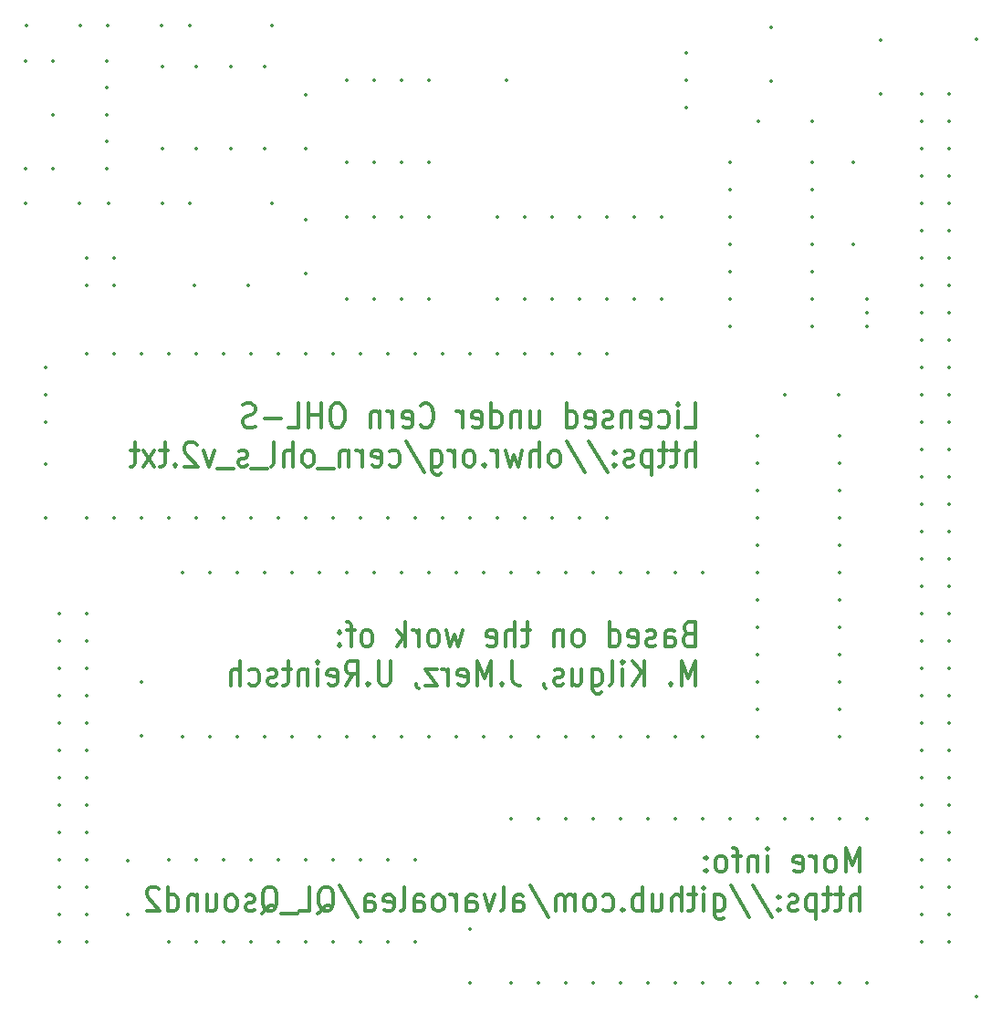
<source format=gbo>
%TF.GenerationSoftware,KiCad,Pcbnew,8.0.6+1*%
%TF.CreationDate,2024-11-13T12:21:45+01:00*%
%TF.ProjectId,QL_Qsound2,514c5f51-736f-4756-9e64-322e6b696361,2*%
%TF.SameCoordinates,Original*%
%TF.FileFunction,Legend,Bot*%
%TF.FilePolarity,Positive*%
%FSLAX46Y46*%
G04 Gerber Fmt 4.6, Leading zero omitted, Abs format (unit mm)*
G04 Created by KiCad (PCBNEW 8.0.6+1) date 2024-11-13 12:21:45*
%MOMM*%
%LPD*%
G01*
G04 APERTURE LIST*
%ADD10C,0.300000*%
%ADD11C,0.350000*%
G04 APERTURE END LIST*
D10*
X182206441Y-125579105D02*
X182206441Y-123329105D01*
X182206441Y-123329105D02*
X181539774Y-124936248D01*
X181539774Y-124936248D02*
X180873108Y-123329105D01*
X180873108Y-123329105D02*
X180873108Y-125579105D01*
X179635013Y-125579105D02*
X179825489Y-125471963D01*
X179825489Y-125471963D02*
X179920727Y-125364820D01*
X179920727Y-125364820D02*
X180015965Y-125150534D01*
X180015965Y-125150534D02*
X180015965Y-124507677D01*
X180015965Y-124507677D02*
X179920727Y-124293391D01*
X179920727Y-124293391D02*
X179825489Y-124186248D01*
X179825489Y-124186248D02*
X179635013Y-124079105D01*
X179635013Y-124079105D02*
X179349298Y-124079105D01*
X179349298Y-124079105D02*
X179158822Y-124186248D01*
X179158822Y-124186248D02*
X179063584Y-124293391D01*
X179063584Y-124293391D02*
X178968346Y-124507677D01*
X178968346Y-124507677D02*
X178968346Y-125150534D01*
X178968346Y-125150534D02*
X179063584Y-125364820D01*
X179063584Y-125364820D02*
X179158822Y-125471963D01*
X179158822Y-125471963D02*
X179349298Y-125579105D01*
X179349298Y-125579105D02*
X179635013Y-125579105D01*
X178111203Y-125579105D02*
X178111203Y-124079105D01*
X178111203Y-124507677D02*
X178015965Y-124293391D01*
X178015965Y-124293391D02*
X177920727Y-124186248D01*
X177920727Y-124186248D02*
X177730251Y-124079105D01*
X177730251Y-124079105D02*
X177539774Y-124079105D01*
X176111203Y-125471963D02*
X176301679Y-125579105D01*
X176301679Y-125579105D02*
X176682632Y-125579105D01*
X176682632Y-125579105D02*
X176873108Y-125471963D01*
X176873108Y-125471963D02*
X176968346Y-125257677D01*
X176968346Y-125257677D02*
X176968346Y-124400534D01*
X176968346Y-124400534D02*
X176873108Y-124186248D01*
X176873108Y-124186248D02*
X176682632Y-124079105D01*
X176682632Y-124079105D02*
X176301679Y-124079105D01*
X176301679Y-124079105D02*
X176111203Y-124186248D01*
X176111203Y-124186248D02*
X176015965Y-124400534D01*
X176015965Y-124400534D02*
X176015965Y-124614820D01*
X176015965Y-124614820D02*
X176968346Y-124829105D01*
X173635012Y-125579105D02*
X173635012Y-124079105D01*
X173635012Y-123329105D02*
X173730250Y-123436248D01*
X173730250Y-123436248D02*
X173635012Y-123543391D01*
X173635012Y-123543391D02*
X173539774Y-123436248D01*
X173539774Y-123436248D02*
X173635012Y-123329105D01*
X173635012Y-123329105D02*
X173635012Y-123543391D01*
X172682631Y-124079105D02*
X172682631Y-125579105D01*
X172682631Y-124293391D02*
X172587393Y-124186248D01*
X172587393Y-124186248D02*
X172396917Y-124079105D01*
X172396917Y-124079105D02*
X172111202Y-124079105D01*
X172111202Y-124079105D02*
X171920726Y-124186248D01*
X171920726Y-124186248D02*
X171825488Y-124400534D01*
X171825488Y-124400534D02*
X171825488Y-125579105D01*
X171158821Y-124079105D02*
X170396917Y-124079105D01*
X170873107Y-125579105D02*
X170873107Y-123650534D01*
X170873107Y-123650534D02*
X170777869Y-123436248D01*
X170777869Y-123436248D02*
X170587393Y-123329105D01*
X170587393Y-123329105D02*
X170396917Y-123329105D01*
X169444536Y-125579105D02*
X169635012Y-125471963D01*
X169635012Y-125471963D02*
X169730250Y-125364820D01*
X169730250Y-125364820D02*
X169825488Y-125150534D01*
X169825488Y-125150534D02*
X169825488Y-124507677D01*
X169825488Y-124507677D02*
X169730250Y-124293391D01*
X169730250Y-124293391D02*
X169635012Y-124186248D01*
X169635012Y-124186248D02*
X169444536Y-124079105D01*
X169444536Y-124079105D02*
X169158821Y-124079105D01*
X169158821Y-124079105D02*
X168968345Y-124186248D01*
X168968345Y-124186248D02*
X168873107Y-124293391D01*
X168873107Y-124293391D02*
X168777869Y-124507677D01*
X168777869Y-124507677D02*
X168777869Y-125150534D01*
X168777869Y-125150534D02*
X168873107Y-125364820D01*
X168873107Y-125364820D02*
X168968345Y-125471963D01*
X168968345Y-125471963D02*
X169158821Y-125579105D01*
X169158821Y-125579105D02*
X169444536Y-125579105D01*
X167920726Y-125364820D02*
X167825488Y-125471963D01*
X167825488Y-125471963D02*
X167920726Y-125579105D01*
X167920726Y-125579105D02*
X168015964Y-125471963D01*
X168015964Y-125471963D02*
X167920726Y-125364820D01*
X167920726Y-125364820D02*
X167920726Y-125579105D01*
X167920726Y-124186248D02*
X167825488Y-124293391D01*
X167825488Y-124293391D02*
X167920726Y-124400534D01*
X167920726Y-124400534D02*
X168015964Y-124293391D01*
X168015964Y-124293391D02*
X167920726Y-124186248D01*
X167920726Y-124186248D02*
X167920726Y-124400534D01*
X182206441Y-129201479D02*
X182206441Y-126951479D01*
X181349298Y-129201479D02*
X181349298Y-128022908D01*
X181349298Y-128022908D02*
X181444536Y-127808622D01*
X181444536Y-127808622D02*
X181635012Y-127701479D01*
X181635012Y-127701479D02*
X181920727Y-127701479D01*
X181920727Y-127701479D02*
X182111203Y-127808622D01*
X182111203Y-127808622D02*
X182206441Y-127915765D01*
X180682631Y-127701479D02*
X179920727Y-127701479D01*
X180396917Y-126951479D02*
X180396917Y-128880051D01*
X180396917Y-128880051D02*
X180301679Y-129094337D01*
X180301679Y-129094337D02*
X180111203Y-129201479D01*
X180111203Y-129201479D02*
X179920727Y-129201479D01*
X179539774Y-127701479D02*
X178777870Y-127701479D01*
X179254060Y-126951479D02*
X179254060Y-128880051D01*
X179254060Y-128880051D02*
X179158822Y-129094337D01*
X179158822Y-129094337D02*
X178968346Y-129201479D01*
X178968346Y-129201479D02*
X178777870Y-129201479D01*
X178111203Y-127701479D02*
X178111203Y-129951479D01*
X178111203Y-127808622D02*
X177920727Y-127701479D01*
X177920727Y-127701479D02*
X177539774Y-127701479D01*
X177539774Y-127701479D02*
X177349298Y-127808622D01*
X177349298Y-127808622D02*
X177254060Y-127915765D01*
X177254060Y-127915765D02*
X177158822Y-128130051D01*
X177158822Y-128130051D02*
X177158822Y-128772908D01*
X177158822Y-128772908D02*
X177254060Y-128987194D01*
X177254060Y-128987194D02*
X177349298Y-129094337D01*
X177349298Y-129094337D02*
X177539774Y-129201479D01*
X177539774Y-129201479D02*
X177920727Y-129201479D01*
X177920727Y-129201479D02*
X178111203Y-129094337D01*
X176396917Y-129094337D02*
X176206441Y-129201479D01*
X176206441Y-129201479D02*
X175825489Y-129201479D01*
X175825489Y-129201479D02*
X175635012Y-129094337D01*
X175635012Y-129094337D02*
X175539774Y-128880051D01*
X175539774Y-128880051D02*
X175539774Y-128772908D01*
X175539774Y-128772908D02*
X175635012Y-128558622D01*
X175635012Y-128558622D02*
X175825489Y-128451479D01*
X175825489Y-128451479D02*
X176111203Y-128451479D01*
X176111203Y-128451479D02*
X176301679Y-128344337D01*
X176301679Y-128344337D02*
X176396917Y-128130051D01*
X176396917Y-128130051D02*
X176396917Y-128022908D01*
X176396917Y-128022908D02*
X176301679Y-127808622D01*
X176301679Y-127808622D02*
X176111203Y-127701479D01*
X176111203Y-127701479D02*
X175825489Y-127701479D01*
X175825489Y-127701479D02*
X175635012Y-127808622D01*
X174682631Y-128987194D02*
X174587393Y-129094337D01*
X174587393Y-129094337D02*
X174682631Y-129201479D01*
X174682631Y-129201479D02*
X174777869Y-129094337D01*
X174777869Y-129094337D02*
X174682631Y-128987194D01*
X174682631Y-128987194D02*
X174682631Y-129201479D01*
X174682631Y-127808622D02*
X174587393Y-127915765D01*
X174587393Y-127915765D02*
X174682631Y-128022908D01*
X174682631Y-128022908D02*
X174777869Y-127915765D01*
X174777869Y-127915765D02*
X174682631Y-127808622D01*
X174682631Y-127808622D02*
X174682631Y-128022908D01*
X172301679Y-126844337D02*
X174015964Y-129737194D01*
X170206441Y-126844337D02*
X171920726Y-129737194D01*
X168682631Y-127701479D02*
X168682631Y-129522908D01*
X168682631Y-129522908D02*
X168777869Y-129737194D01*
X168777869Y-129737194D02*
X168873107Y-129844337D01*
X168873107Y-129844337D02*
X169063584Y-129951479D01*
X169063584Y-129951479D02*
X169349298Y-129951479D01*
X169349298Y-129951479D02*
X169539774Y-129844337D01*
X168682631Y-129094337D02*
X168873107Y-129201479D01*
X168873107Y-129201479D02*
X169254060Y-129201479D01*
X169254060Y-129201479D02*
X169444536Y-129094337D01*
X169444536Y-129094337D02*
X169539774Y-128987194D01*
X169539774Y-128987194D02*
X169635012Y-128772908D01*
X169635012Y-128772908D02*
X169635012Y-128130051D01*
X169635012Y-128130051D02*
X169539774Y-127915765D01*
X169539774Y-127915765D02*
X169444536Y-127808622D01*
X169444536Y-127808622D02*
X169254060Y-127701479D01*
X169254060Y-127701479D02*
X168873107Y-127701479D01*
X168873107Y-127701479D02*
X168682631Y-127808622D01*
X167730250Y-129201479D02*
X167730250Y-127701479D01*
X167730250Y-126951479D02*
X167825488Y-127058622D01*
X167825488Y-127058622D02*
X167730250Y-127165765D01*
X167730250Y-127165765D02*
X167635012Y-127058622D01*
X167635012Y-127058622D02*
X167730250Y-126951479D01*
X167730250Y-126951479D02*
X167730250Y-127165765D01*
X167063583Y-127701479D02*
X166301679Y-127701479D01*
X166777869Y-126951479D02*
X166777869Y-128880051D01*
X166777869Y-128880051D02*
X166682631Y-129094337D01*
X166682631Y-129094337D02*
X166492155Y-129201479D01*
X166492155Y-129201479D02*
X166301679Y-129201479D01*
X165635012Y-129201479D02*
X165635012Y-126951479D01*
X164777869Y-129201479D02*
X164777869Y-128022908D01*
X164777869Y-128022908D02*
X164873107Y-127808622D01*
X164873107Y-127808622D02*
X165063583Y-127701479D01*
X165063583Y-127701479D02*
X165349298Y-127701479D01*
X165349298Y-127701479D02*
X165539774Y-127808622D01*
X165539774Y-127808622D02*
X165635012Y-127915765D01*
X162968345Y-127701479D02*
X162968345Y-129201479D01*
X163825488Y-127701479D02*
X163825488Y-128880051D01*
X163825488Y-128880051D02*
X163730250Y-129094337D01*
X163730250Y-129094337D02*
X163539774Y-129201479D01*
X163539774Y-129201479D02*
X163254059Y-129201479D01*
X163254059Y-129201479D02*
X163063583Y-129094337D01*
X163063583Y-129094337D02*
X162968345Y-128987194D01*
X162015964Y-129201479D02*
X162015964Y-126951479D01*
X162015964Y-127808622D02*
X161825488Y-127701479D01*
X161825488Y-127701479D02*
X161444535Y-127701479D01*
X161444535Y-127701479D02*
X161254059Y-127808622D01*
X161254059Y-127808622D02*
X161158821Y-127915765D01*
X161158821Y-127915765D02*
X161063583Y-128130051D01*
X161063583Y-128130051D02*
X161063583Y-128772908D01*
X161063583Y-128772908D02*
X161158821Y-128987194D01*
X161158821Y-128987194D02*
X161254059Y-129094337D01*
X161254059Y-129094337D02*
X161444535Y-129201479D01*
X161444535Y-129201479D02*
X161825488Y-129201479D01*
X161825488Y-129201479D02*
X162015964Y-129094337D01*
X160206440Y-128987194D02*
X160111202Y-129094337D01*
X160111202Y-129094337D02*
X160206440Y-129201479D01*
X160206440Y-129201479D02*
X160301678Y-129094337D01*
X160301678Y-129094337D02*
X160206440Y-128987194D01*
X160206440Y-128987194D02*
X160206440Y-129201479D01*
X158396916Y-129094337D02*
X158587392Y-129201479D01*
X158587392Y-129201479D02*
X158968345Y-129201479D01*
X158968345Y-129201479D02*
X159158821Y-129094337D01*
X159158821Y-129094337D02*
X159254059Y-128987194D01*
X159254059Y-128987194D02*
X159349297Y-128772908D01*
X159349297Y-128772908D02*
X159349297Y-128130051D01*
X159349297Y-128130051D02*
X159254059Y-127915765D01*
X159254059Y-127915765D02*
X159158821Y-127808622D01*
X159158821Y-127808622D02*
X158968345Y-127701479D01*
X158968345Y-127701479D02*
X158587392Y-127701479D01*
X158587392Y-127701479D02*
X158396916Y-127808622D01*
X157254059Y-129201479D02*
X157444535Y-129094337D01*
X157444535Y-129094337D02*
X157539773Y-128987194D01*
X157539773Y-128987194D02*
X157635011Y-128772908D01*
X157635011Y-128772908D02*
X157635011Y-128130051D01*
X157635011Y-128130051D02*
X157539773Y-127915765D01*
X157539773Y-127915765D02*
X157444535Y-127808622D01*
X157444535Y-127808622D02*
X157254059Y-127701479D01*
X157254059Y-127701479D02*
X156968344Y-127701479D01*
X156968344Y-127701479D02*
X156777868Y-127808622D01*
X156777868Y-127808622D02*
X156682630Y-127915765D01*
X156682630Y-127915765D02*
X156587392Y-128130051D01*
X156587392Y-128130051D02*
X156587392Y-128772908D01*
X156587392Y-128772908D02*
X156682630Y-128987194D01*
X156682630Y-128987194D02*
X156777868Y-129094337D01*
X156777868Y-129094337D02*
X156968344Y-129201479D01*
X156968344Y-129201479D02*
X157254059Y-129201479D01*
X155730249Y-129201479D02*
X155730249Y-127701479D01*
X155730249Y-127915765D02*
X155635011Y-127808622D01*
X155635011Y-127808622D02*
X155444535Y-127701479D01*
X155444535Y-127701479D02*
X155158820Y-127701479D01*
X155158820Y-127701479D02*
X154968344Y-127808622D01*
X154968344Y-127808622D02*
X154873106Y-128022908D01*
X154873106Y-128022908D02*
X154873106Y-129201479D01*
X154873106Y-128022908D02*
X154777868Y-127808622D01*
X154777868Y-127808622D02*
X154587392Y-127701479D01*
X154587392Y-127701479D02*
X154301678Y-127701479D01*
X154301678Y-127701479D02*
X154111201Y-127808622D01*
X154111201Y-127808622D02*
X154015963Y-128022908D01*
X154015963Y-128022908D02*
X154015963Y-129201479D01*
X151635011Y-126844337D02*
X153349296Y-129737194D01*
X150111201Y-129201479D02*
X150111201Y-128022908D01*
X150111201Y-128022908D02*
X150206439Y-127808622D01*
X150206439Y-127808622D02*
X150396915Y-127701479D01*
X150396915Y-127701479D02*
X150777868Y-127701479D01*
X150777868Y-127701479D02*
X150968344Y-127808622D01*
X150111201Y-129094337D02*
X150301677Y-129201479D01*
X150301677Y-129201479D02*
X150777868Y-129201479D01*
X150777868Y-129201479D02*
X150968344Y-129094337D01*
X150968344Y-129094337D02*
X151063582Y-128880051D01*
X151063582Y-128880051D02*
X151063582Y-128665765D01*
X151063582Y-128665765D02*
X150968344Y-128451479D01*
X150968344Y-128451479D02*
X150777868Y-128344337D01*
X150777868Y-128344337D02*
X150301677Y-128344337D01*
X150301677Y-128344337D02*
X150111201Y-128237194D01*
X148873106Y-129201479D02*
X149063582Y-129094337D01*
X149063582Y-129094337D02*
X149158820Y-128880051D01*
X149158820Y-128880051D02*
X149158820Y-126951479D01*
X148301677Y-127701479D02*
X147825487Y-129201479D01*
X147825487Y-129201479D02*
X147349296Y-127701479D01*
X145730248Y-129201479D02*
X145730248Y-128022908D01*
X145730248Y-128022908D02*
X145825486Y-127808622D01*
X145825486Y-127808622D02*
X146015962Y-127701479D01*
X146015962Y-127701479D02*
X146396915Y-127701479D01*
X146396915Y-127701479D02*
X146587391Y-127808622D01*
X145730248Y-129094337D02*
X145920724Y-129201479D01*
X145920724Y-129201479D02*
X146396915Y-129201479D01*
X146396915Y-129201479D02*
X146587391Y-129094337D01*
X146587391Y-129094337D02*
X146682629Y-128880051D01*
X146682629Y-128880051D02*
X146682629Y-128665765D01*
X146682629Y-128665765D02*
X146587391Y-128451479D01*
X146587391Y-128451479D02*
X146396915Y-128344337D01*
X146396915Y-128344337D02*
X145920724Y-128344337D01*
X145920724Y-128344337D02*
X145730248Y-128237194D01*
X144777867Y-129201479D02*
X144777867Y-127701479D01*
X144777867Y-128130051D02*
X144682629Y-127915765D01*
X144682629Y-127915765D02*
X144587391Y-127808622D01*
X144587391Y-127808622D02*
X144396915Y-127701479D01*
X144396915Y-127701479D02*
X144206438Y-127701479D01*
X143254058Y-129201479D02*
X143444534Y-129094337D01*
X143444534Y-129094337D02*
X143539772Y-128987194D01*
X143539772Y-128987194D02*
X143635010Y-128772908D01*
X143635010Y-128772908D02*
X143635010Y-128130051D01*
X143635010Y-128130051D02*
X143539772Y-127915765D01*
X143539772Y-127915765D02*
X143444534Y-127808622D01*
X143444534Y-127808622D02*
X143254058Y-127701479D01*
X143254058Y-127701479D02*
X142968343Y-127701479D01*
X142968343Y-127701479D02*
X142777867Y-127808622D01*
X142777867Y-127808622D02*
X142682629Y-127915765D01*
X142682629Y-127915765D02*
X142587391Y-128130051D01*
X142587391Y-128130051D02*
X142587391Y-128772908D01*
X142587391Y-128772908D02*
X142682629Y-128987194D01*
X142682629Y-128987194D02*
X142777867Y-129094337D01*
X142777867Y-129094337D02*
X142968343Y-129201479D01*
X142968343Y-129201479D02*
X143254058Y-129201479D01*
X140873105Y-129201479D02*
X140873105Y-128022908D01*
X140873105Y-128022908D02*
X140968343Y-127808622D01*
X140968343Y-127808622D02*
X141158819Y-127701479D01*
X141158819Y-127701479D02*
X141539772Y-127701479D01*
X141539772Y-127701479D02*
X141730248Y-127808622D01*
X140873105Y-129094337D02*
X141063581Y-129201479D01*
X141063581Y-129201479D02*
X141539772Y-129201479D01*
X141539772Y-129201479D02*
X141730248Y-129094337D01*
X141730248Y-129094337D02*
X141825486Y-128880051D01*
X141825486Y-128880051D02*
X141825486Y-128665765D01*
X141825486Y-128665765D02*
X141730248Y-128451479D01*
X141730248Y-128451479D02*
X141539772Y-128344337D01*
X141539772Y-128344337D02*
X141063581Y-128344337D01*
X141063581Y-128344337D02*
X140873105Y-128237194D01*
X139635010Y-129201479D02*
X139825486Y-129094337D01*
X139825486Y-129094337D02*
X139920724Y-128880051D01*
X139920724Y-128880051D02*
X139920724Y-126951479D01*
X138111200Y-129094337D02*
X138301676Y-129201479D01*
X138301676Y-129201479D02*
X138682629Y-129201479D01*
X138682629Y-129201479D02*
X138873105Y-129094337D01*
X138873105Y-129094337D02*
X138968343Y-128880051D01*
X138968343Y-128880051D02*
X138968343Y-128022908D01*
X138968343Y-128022908D02*
X138873105Y-127808622D01*
X138873105Y-127808622D02*
X138682629Y-127701479D01*
X138682629Y-127701479D02*
X138301676Y-127701479D01*
X138301676Y-127701479D02*
X138111200Y-127808622D01*
X138111200Y-127808622D02*
X138015962Y-128022908D01*
X138015962Y-128022908D02*
X138015962Y-128237194D01*
X138015962Y-128237194D02*
X138968343Y-128451479D01*
X136301676Y-129201479D02*
X136301676Y-128022908D01*
X136301676Y-128022908D02*
X136396914Y-127808622D01*
X136396914Y-127808622D02*
X136587390Y-127701479D01*
X136587390Y-127701479D02*
X136968343Y-127701479D01*
X136968343Y-127701479D02*
X137158819Y-127808622D01*
X136301676Y-129094337D02*
X136492152Y-129201479D01*
X136492152Y-129201479D02*
X136968343Y-129201479D01*
X136968343Y-129201479D02*
X137158819Y-129094337D01*
X137158819Y-129094337D02*
X137254057Y-128880051D01*
X137254057Y-128880051D02*
X137254057Y-128665765D01*
X137254057Y-128665765D02*
X137158819Y-128451479D01*
X137158819Y-128451479D02*
X136968343Y-128344337D01*
X136968343Y-128344337D02*
X136492152Y-128344337D01*
X136492152Y-128344337D02*
X136301676Y-128237194D01*
X133920724Y-126844337D02*
X135635009Y-129737194D01*
X131920724Y-129415765D02*
X132111200Y-129308622D01*
X132111200Y-129308622D02*
X132301676Y-129094337D01*
X132301676Y-129094337D02*
X132587390Y-128772908D01*
X132587390Y-128772908D02*
X132777867Y-128665765D01*
X132777867Y-128665765D02*
X132968343Y-128665765D01*
X132873105Y-129201479D02*
X133063581Y-129094337D01*
X133063581Y-129094337D02*
X133254057Y-128880051D01*
X133254057Y-128880051D02*
X133349295Y-128451479D01*
X133349295Y-128451479D02*
X133349295Y-127701479D01*
X133349295Y-127701479D02*
X133254057Y-127272908D01*
X133254057Y-127272908D02*
X133063581Y-127058622D01*
X133063581Y-127058622D02*
X132873105Y-126951479D01*
X132873105Y-126951479D02*
X132492152Y-126951479D01*
X132492152Y-126951479D02*
X132301676Y-127058622D01*
X132301676Y-127058622D02*
X132111200Y-127272908D01*
X132111200Y-127272908D02*
X132015962Y-127701479D01*
X132015962Y-127701479D02*
X132015962Y-128451479D01*
X132015962Y-128451479D02*
X132111200Y-128880051D01*
X132111200Y-128880051D02*
X132301676Y-129094337D01*
X132301676Y-129094337D02*
X132492152Y-129201479D01*
X132492152Y-129201479D02*
X132873105Y-129201479D01*
X130206438Y-129201479D02*
X131158819Y-129201479D01*
X131158819Y-129201479D02*
X131158819Y-126951479D01*
X130015962Y-129415765D02*
X128492152Y-129415765D01*
X126682628Y-129415765D02*
X126873104Y-129308622D01*
X126873104Y-129308622D02*
X127063580Y-129094337D01*
X127063580Y-129094337D02*
X127349294Y-128772908D01*
X127349294Y-128772908D02*
X127539771Y-128665765D01*
X127539771Y-128665765D02*
X127730247Y-128665765D01*
X127635009Y-129201479D02*
X127825485Y-129094337D01*
X127825485Y-129094337D02*
X128015961Y-128880051D01*
X128015961Y-128880051D02*
X128111199Y-128451479D01*
X128111199Y-128451479D02*
X128111199Y-127701479D01*
X128111199Y-127701479D02*
X128015961Y-127272908D01*
X128015961Y-127272908D02*
X127825485Y-127058622D01*
X127825485Y-127058622D02*
X127635009Y-126951479D01*
X127635009Y-126951479D02*
X127254056Y-126951479D01*
X127254056Y-126951479D02*
X127063580Y-127058622D01*
X127063580Y-127058622D02*
X126873104Y-127272908D01*
X126873104Y-127272908D02*
X126777866Y-127701479D01*
X126777866Y-127701479D02*
X126777866Y-128451479D01*
X126777866Y-128451479D02*
X126873104Y-128880051D01*
X126873104Y-128880051D02*
X127063580Y-129094337D01*
X127063580Y-129094337D02*
X127254056Y-129201479D01*
X127254056Y-129201479D02*
X127635009Y-129201479D01*
X126015961Y-129094337D02*
X125825485Y-129201479D01*
X125825485Y-129201479D02*
X125444533Y-129201479D01*
X125444533Y-129201479D02*
X125254056Y-129094337D01*
X125254056Y-129094337D02*
X125158818Y-128880051D01*
X125158818Y-128880051D02*
X125158818Y-128772908D01*
X125158818Y-128772908D02*
X125254056Y-128558622D01*
X125254056Y-128558622D02*
X125444533Y-128451479D01*
X125444533Y-128451479D02*
X125730247Y-128451479D01*
X125730247Y-128451479D02*
X125920723Y-128344337D01*
X125920723Y-128344337D02*
X126015961Y-128130051D01*
X126015961Y-128130051D02*
X126015961Y-128022908D01*
X126015961Y-128022908D02*
X125920723Y-127808622D01*
X125920723Y-127808622D02*
X125730247Y-127701479D01*
X125730247Y-127701479D02*
X125444533Y-127701479D01*
X125444533Y-127701479D02*
X125254056Y-127808622D01*
X124015961Y-129201479D02*
X124206437Y-129094337D01*
X124206437Y-129094337D02*
X124301675Y-128987194D01*
X124301675Y-128987194D02*
X124396913Y-128772908D01*
X124396913Y-128772908D02*
X124396913Y-128130051D01*
X124396913Y-128130051D02*
X124301675Y-127915765D01*
X124301675Y-127915765D02*
X124206437Y-127808622D01*
X124206437Y-127808622D02*
X124015961Y-127701479D01*
X124015961Y-127701479D02*
X123730246Y-127701479D01*
X123730246Y-127701479D02*
X123539770Y-127808622D01*
X123539770Y-127808622D02*
X123444532Y-127915765D01*
X123444532Y-127915765D02*
X123349294Y-128130051D01*
X123349294Y-128130051D02*
X123349294Y-128772908D01*
X123349294Y-128772908D02*
X123444532Y-128987194D01*
X123444532Y-128987194D02*
X123539770Y-129094337D01*
X123539770Y-129094337D02*
X123730246Y-129201479D01*
X123730246Y-129201479D02*
X124015961Y-129201479D01*
X121635008Y-127701479D02*
X121635008Y-129201479D01*
X122492151Y-127701479D02*
X122492151Y-128880051D01*
X122492151Y-128880051D02*
X122396913Y-129094337D01*
X122396913Y-129094337D02*
X122206437Y-129201479D01*
X122206437Y-129201479D02*
X121920722Y-129201479D01*
X121920722Y-129201479D02*
X121730246Y-129094337D01*
X121730246Y-129094337D02*
X121635008Y-128987194D01*
X120682627Y-127701479D02*
X120682627Y-129201479D01*
X120682627Y-127915765D02*
X120587389Y-127808622D01*
X120587389Y-127808622D02*
X120396913Y-127701479D01*
X120396913Y-127701479D02*
X120111198Y-127701479D01*
X120111198Y-127701479D02*
X119920722Y-127808622D01*
X119920722Y-127808622D02*
X119825484Y-128022908D01*
X119825484Y-128022908D02*
X119825484Y-129201479D01*
X118015960Y-129201479D02*
X118015960Y-126951479D01*
X118015960Y-129094337D02*
X118206436Y-129201479D01*
X118206436Y-129201479D02*
X118587389Y-129201479D01*
X118587389Y-129201479D02*
X118777865Y-129094337D01*
X118777865Y-129094337D02*
X118873103Y-128987194D01*
X118873103Y-128987194D02*
X118968341Y-128772908D01*
X118968341Y-128772908D02*
X118968341Y-128130051D01*
X118968341Y-128130051D02*
X118873103Y-127915765D01*
X118873103Y-127915765D02*
X118777865Y-127808622D01*
X118777865Y-127808622D02*
X118587389Y-127701479D01*
X118587389Y-127701479D02*
X118206436Y-127701479D01*
X118206436Y-127701479D02*
X118015960Y-127808622D01*
X117158817Y-127165765D02*
X117063579Y-127058622D01*
X117063579Y-127058622D02*
X116873103Y-126951479D01*
X116873103Y-126951479D02*
X116396912Y-126951479D01*
X116396912Y-126951479D02*
X116206436Y-127058622D01*
X116206436Y-127058622D02*
X116111198Y-127165765D01*
X116111198Y-127165765D02*
X116015960Y-127380051D01*
X116015960Y-127380051D02*
X116015960Y-127594337D01*
X116015960Y-127594337D02*
X116111198Y-127915765D01*
X116111198Y-127915765D02*
X117254055Y-129201479D01*
X117254055Y-129201479D02*
X116015960Y-129201479D01*
X166299774Y-103445534D02*
X166014060Y-103552677D01*
X166014060Y-103552677D02*
X165918822Y-103659820D01*
X165918822Y-103659820D02*
X165823584Y-103874105D01*
X165823584Y-103874105D02*
X165823584Y-104195534D01*
X165823584Y-104195534D02*
X165918822Y-104409820D01*
X165918822Y-104409820D02*
X166014060Y-104516963D01*
X166014060Y-104516963D02*
X166204536Y-104624105D01*
X166204536Y-104624105D02*
X166966441Y-104624105D01*
X166966441Y-104624105D02*
X166966441Y-102374105D01*
X166966441Y-102374105D02*
X166299774Y-102374105D01*
X166299774Y-102374105D02*
X166109298Y-102481248D01*
X166109298Y-102481248D02*
X166014060Y-102588391D01*
X166014060Y-102588391D02*
X165918822Y-102802677D01*
X165918822Y-102802677D02*
X165918822Y-103016963D01*
X165918822Y-103016963D02*
X166014060Y-103231248D01*
X166014060Y-103231248D02*
X166109298Y-103338391D01*
X166109298Y-103338391D02*
X166299774Y-103445534D01*
X166299774Y-103445534D02*
X166966441Y-103445534D01*
X164109298Y-104624105D02*
X164109298Y-103445534D01*
X164109298Y-103445534D02*
X164204536Y-103231248D01*
X164204536Y-103231248D02*
X164395012Y-103124105D01*
X164395012Y-103124105D02*
X164775965Y-103124105D01*
X164775965Y-103124105D02*
X164966441Y-103231248D01*
X164109298Y-104516963D02*
X164299774Y-104624105D01*
X164299774Y-104624105D02*
X164775965Y-104624105D01*
X164775965Y-104624105D02*
X164966441Y-104516963D01*
X164966441Y-104516963D02*
X165061679Y-104302677D01*
X165061679Y-104302677D02*
X165061679Y-104088391D01*
X165061679Y-104088391D02*
X164966441Y-103874105D01*
X164966441Y-103874105D02*
X164775965Y-103766963D01*
X164775965Y-103766963D02*
X164299774Y-103766963D01*
X164299774Y-103766963D02*
X164109298Y-103659820D01*
X163252155Y-104516963D02*
X163061679Y-104624105D01*
X163061679Y-104624105D02*
X162680727Y-104624105D01*
X162680727Y-104624105D02*
X162490250Y-104516963D01*
X162490250Y-104516963D02*
X162395012Y-104302677D01*
X162395012Y-104302677D02*
X162395012Y-104195534D01*
X162395012Y-104195534D02*
X162490250Y-103981248D01*
X162490250Y-103981248D02*
X162680727Y-103874105D01*
X162680727Y-103874105D02*
X162966441Y-103874105D01*
X162966441Y-103874105D02*
X163156917Y-103766963D01*
X163156917Y-103766963D02*
X163252155Y-103552677D01*
X163252155Y-103552677D02*
X163252155Y-103445534D01*
X163252155Y-103445534D02*
X163156917Y-103231248D01*
X163156917Y-103231248D02*
X162966441Y-103124105D01*
X162966441Y-103124105D02*
X162680727Y-103124105D01*
X162680727Y-103124105D02*
X162490250Y-103231248D01*
X160775964Y-104516963D02*
X160966440Y-104624105D01*
X160966440Y-104624105D02*
X161347393Y-104624105D01*
X161347393Y-104624105D02*
X161537869Y-104516963D01*
X161537869Y-104516963D02*
X161633107Y-104302677D01*
X161633107Y-104302677D02*
X161633107Y-103445534D01*
X161633107Y-103445534D02*
X161537869Y-103231248D01*
X161537869Y-103231248D02*
X161347393Y-103124105D01*
X161347393Y-103124105D02*
X160966440Y-103124105D01*
X160966440Y-103124105D02*
X160775964Y-103231248D01*
X160775964Y-103231248D02*
X160680726Y-103445534D01*
X160680726Y-103445534D02*
X160680726Y-103659820D01*
X160680726Y-103659820D02*
X161633107Y-103874105D01*
X158966440Y-104624105D02*
X158966440Y-102374105D01*
X158966440Y-104516963D02*
X159156916Y-104624105D01*
X159156916Y-104624105D02*
X159537869Y-104624105D01*
X159537869Y-104624105D02*
X159728345Y-104516963D01*
X159728345Y-104516963D02*
X159823583Y-104409820D01*
X159823583Y-104409820D02*
X159918821Y-104195534D01*
X159918821Y-104195534D02*
X159918821Y-103552677D01*
X159918821Y-103552677D02*
X159823583Y-103338391D01*
X159823583Y-103338391D02*
X159728345Y-103231248D01*
X159728345Y-103231248D02*
X159537869Y-103124105D01*
X159537869Y-103124105D02*
X159156916Y-103124105D01*
X159156916Y-103124105D02*
X158966440Y-103231248D01*
X156204535Y-104624105D02*
X156395011Y-104516963D01*
X156395011Y-104516963D02*
X156490249Y-104409820D01*
X156490249Y-104409820D02*
X156585487Y-104195534D01*
X156585487Y-104195534D02*
X156585487Y-103552677D01*
X156585487Y-103552677D02*
X156490249Y-103338391D01*
X156490249Y-103338391D02*
X156395011Y-103231248D01*
X156395011Y-103231248D02*
X156204535Y-103124105D01*
X156204535Y-103124105D02*
X155918820Y-103124105D01*
X155918820Y-103124105D02*
X155728344Y-103231248D01*
X155728344Y-103231248D02*
X155633106Y-103338391D01*
X155633106Y-103338391D02*
X155537868Y-103552677D01*
X155537868Y-103552677D02*
X155537868Y-104195534D01*
X155537868Y-104195534D02*
X155633106Y-104409820D01*
X155633106Y-104409820D02*
X155728344Y-104516963D01*
X155728344Y-104516963D02*
X155918820Y-104624105D01*
X155918820Y-104624105D02*
X156204535Y-104624105D01*
X154680725Y-103124105D02*
X154680725Y-104624105D01*
X154680725Y-103338391D02*
X154585487Y-103231248D01*
X154585487Y-103231248D02*
X154395011Y-103124105D01*
X154395011Y-103124105D02*
X154109296Y-103124105D01*
X154109296Y-103124105D02*
X153918820Y-103231248D01*
X153918820Y-103231248D02*
X153823582Y-103445534D01*
X153823582Y-103445534D02*
X153823582Y-104624105D01*
X151633105Y-103124105D02*
X150871201Y-103124105D01*
X151347391Y-102374105D02*
X151347391Y-104302677D01*
X151347391Y-104302677D02*
X151252153Y-104516963D01*
X151252153Y-104516963D02*
X151061677Y-104624105D01*
X151061677Y-104624105D02*
X150871201Y-104624105D01*
X150204534Y-104624105D02*
X150204534Y-102374105D01*
X149347391Y-104624105D02*
X149347391Y-103445534D01*
X149347391Y-103445534D02*
X149442629Y-103231248D01*
X149442629Y-103231248D02*
X149633105Y-103124105D01*
X149633105Y-103124105D02*
X149918820Y-103124105D01*
X149918820Y-103124105D02*
X150109296Y-103231248D01*
X150109296Y-103231248D02*
X150204534Y-103338391D01*
X147633105Y-104516963D02*
X147823581Y-104624105D01*
X147823581Y-104624105D02*
X148204534Y-104624105D01*
X148204534Y-104624105D02*
X148395010Y-104516963D01*
X148395010Y-104516963D02*
X148490248Y-104302677D01*
X148490248Y-104302677D02*
X148490248Y-103445534D01*
X148490248Y-103445534D02*
X148395010Y-103231248D01*
X148395010Y-103231248D02*
X148204534Y-103124105D01*
X148204534Y-103124105D02*
X147823581Y-103124105D01*
X147823581Y-103124105D02*
X147633105Y-103231248D01*
X147633105Y-103231248D02*
X147537867Y-103445534D01*
X147537867Y-103445534D02*
X147537867Y-103659820D01*
X147537867Y-103659820D02*
X148490248Y-103874105D01*
X145347390Y-103124105D02*
X144966438Y-104624105D01*
X144966438Y-104624105D02*
X144585485Y-103552677D01*
X144585485Y-103552677D02*
X144204533Y-104624105D01*
X144204533Y-104624105D02*
X143823581Y-103124105D01*
X142775962Y-104624105D02*
X142966438Y-104516963D01*
X142966438Y-104516963D02*
X143061676Y-104409820D01*
X143061676Y-104409820D02*
X143156914Y-104195534D01*
X143156914Y-104195534D02*
X143156914Y-103552677D01*
X143156914Y-103552677D02*
X143061676Y-103338391D01*
X143061676Y-103338391D02*
X142966438Y-103231248D01*
X142966438Y-103231248D02*
X142775962Y-103124105D01*
X142775962Y-103124105D02*
X142490247Y-103124105D01*
X142490247Y-103124105D02*
X142299771Y-103231248D01*
X142299771Y-103231248D02*
X142204533Y-103338391D01*
X142204533Y-103338391D02*
X142109295Y-103552677D01*
X142109295Y-103552677D02*
X142109295Y-104195534D01*
X142109295Y-104195534D02*
X142204533Y-104409820D01*
X142204533Y-104409820D02*
X142299771Y-104516963D01*
X142299771Y-104516963D02*
X142490247Y-104624105D01*
X142490247Y-104624105D02*
X142775962Y-104624105D01*
X141252152Y-104624105D02*
X141252152Y-103124105D01*
X141252152Y-103552677D02*
X141156914Y-103338391D01*
X141156914Y-103338391D02*
X141061676Y-103231248D01*
X141061676Y-103231248D02*
X140871200Y-103124105D01*
X140871200Y-103124105D02*
X140680723Y-103124105D01*
X140014057Y-104624105D02*
X140014057Y-102374105D01*
X139823581Y-103766963D02*
X139252152Y-104624105D01*
X139252152Y-103124105D02*
X140014057Y-103981248D01*
X136585485Y-104624105D02*
X136775961Y-104516963D01*
X136775961Y-104516963D02*
X136871199Y-104409820D01*
X136871199Y-104409820D02*
X136966437Y-104195534D01*
X136966437Y-104195534D02*
X136966437Y-103552677D01*
X136966437Y-103552677D02*
X136871199Y-103338391D01*
X136871199Y-103338391D02*
X136775961Y-103231248D01*
X136775961Y-103231248D02*
X136585485Y-103124105D01*
X136585485Y-103124105D02*
X136299770Y-103124105D01*
X136299770Y-103124105D02*
X136109294Y-103231248D01*
X136109294Y-103231248D02*
X136014056Y-103338391D01*
X136014056Y-103338391D02*
X135918818Y-103552677D01*
X135918818Y-103552677D02*
X135918818Y-104195534D01*
X135918818Y-104195534D02*
X136014056Y-104409820D01*
X136014056Y-104409820D02*
X136109294Y-104516963D01*
X136109294Y-104516963D02*
X136299770Y-104624105D01*
X136299770Y-104624105D02*
X136585485Y-104624105D01*
X135347389Y-103124105D02*
X134585485Y-103124105D01*
X135061675Y-104624105D02*
X135061675Y-102695534D01*
X135061675Y-102695534D02*
X134966437Y-102481248D01*
X134966437Y-102481248D02*
X134775961Y-102374105D01*
X134775961Y-102374105D02*
X134585485Y-102374105D01*
X133918818Y-104409820D02*
X133823580Y-104516963D01*
X133823580Y-104516963D02*
X133918818Y-104624105D01*
X133918818Y-104624105D02*
X134014056Y-104516963D01*
X134014056Y-104516963D02*
X133918818Y-104409820D01*
X133918818Y-104409820D02*
X133918818Y-104624105D01*
X133918818Y-103231248D02*
X133823580Y-103338391D01*
X133823580Y-103338391D02*
X133918818Y-103445534D01*
X133918818Y-103445534D02*
X134014056Y-103338391D01*
X134014056Y-103338391D02*
X133918818Y-103231248D01*
X133918818Y-103231248D02*
X133918818Y-103445534D01*
X166966441Y-108246479D02*
X166966441Y-105996479D01*
X166966441Y-105996479D02*
X166299774Y-107603622D01*
X166299774Y-107603622D02*
X165633108Y-105996479D01*
X165633108Y-105996479D02*
X165633108Y-108246479D01*
X164680727Y-108032194D02*
X164585489Y-108139337D01*
X164585489Y-108139337D02*
X164680727Y-108246479D01*
X164680727Y-108246479D02*
X164775965Y-108139337D01*
X164775965Y-108139337D02*
X164680727Y-108032194D01*
X164680727Y-108032194D02*
X164680727Y-108246479D01*
X162204536Y-108246479D02*
X162204536Y-105996479D01*
X161061679Y-108246479D02*
X161918822Y-106960765D01*
X161061679Y-105996479D02*
X162204536Y-107282194D01*
X160204536Y-108246479D02*
X160204536Y-106746479D01*
X160204536Y-105996479D02*
X160299774Y-106103622D01*
X160299774Y-106103622D02*
X160204536Y-106210765D01*
X160204536Y-106210765D02*
X160109298Y-106103622D01*
X160109298Y-106103622D02*
X160204536Y-105996479D01*
X160204536Y-105996479D02*
X160204536Y-106210765D01*
X158966441Y-108246479D02*
X159156917Y-108139337D01*
X159156917Y-108139337D02*
X159252155Y-107925051D01*
X159252155Y-107925051D02*
X159252155Y-105996479D01*
X157347393Y-106746479D02*
X157347393Y-108567908D01*
X157347393Y-108567908D02*
X157442631Y-108782194D01*
X157442631Y-108782194D02*
X157537869Y-108889337D01*
X157537869Y-108889337D02*
X157728346Y-108996479D01*
X157728346Y-108996479D02*
X158014060Y-108996479D01*
X158014060Y-108996479D02*
X158204536Y-108889337D01*
X157347393Y-108139337D02*
X157537869Y-108246479D01*
X157537869Y-108246479D02*
X157918822Y-108246479D01*
X157918822Y-108246479D02*
X158109298Y-108139337D01*
X158109298Y-108139337D02*
X158204536Y-108032194D01*
X158204536Y-108032194D02*
X158299774Y-107817908D01*
X158299774Y-107817908D02*
X158299774Y-107175051D01*
X158299774Y-107175051D02*
X158204536Y-106960765D01*
X158204536Y-106960765D02*
X158109298Y-106853622D01*
X158109298Y-106853622D02*
X157918822Y-106746479D01*
X157918822Y-106746479D02*
X157537869Y-106746479D01*
X157537869Y-106746479D02*
X157347393Y-106853622D01*
X155537869Y-106746479D02*
X155537869Y-108246479D01*
X156395012Y-106746479D02*
X156395012Y-107925051D01*
X156395012Y-107925051D02*
X156299774Y-108139337D01*
X156299774Y-108139337D02*
X156109298Y-108246479D01*
X156109298Y-108246479D02*
X155823583Y-108246479D01*
X155823583Y-108246479D02*
X155633107Y-108139337D01*
X155633107Y-108139337D02*
X155537869Y-108032194D01*
X154680726Y-108139337D02*
X154490250Y-108246479D01*
X154490250Y-108246479D02*
X154109298Y-108246479D01*
X154109298Y-108246479D02*
X153918821Y-108139337D01*
X153918821Y-108139337D02*
X153823583Y-107925051D01*
X153823583Y-107925051D02*
X153823583Y-107817908D01*
X153823583Y-107817908D02*
X153918821Y-107603622D01*
X153918821Y-107603622D02*
X154109298Y-107496479D01*
X154109298Y-107496479D02*
X154395012Y-107496479D01*
X154395012Y-107496479D02*
X154585488Y-107389337D01*
X154585488Y-107389337D02*
X154680726Y-107175051D01*
X154680726Y-107175051D02*
X154680726Y-107067908D01*
X154680726Y-107067908D02*
X154585488Y-106853622D01*
X154585488Y-106853622D02*
X154395012Y-106746479D01*
X154395012Y-106746479D02*
X154109298Y-106746479D01*
X154109298Y-106746479D02*
X153918821Y-106853622D01*
X152871202Y-108139337D02*
X152871202Y-108246479D01*
X152871202Y-108246479D02*
X152966440Y-108460765D01*
X152966440Y-108460765D02*
X153061678Y-108567908D01*
X149918820Y-105996479D02*
X149918820Y-107603622D01*
X149918820Y-107603622D02*
X150014059Y-107925051D01*
X150014059Y-107925051D02*
X150204535Y-108139337D01*
X150204535Y-108139337D02*
X150490249Y-108246479D01*
X150490249Y-108246479D02*
X150680725Y-108246479D01*
X148966439Y-108032194D02*
X148871201Y-108139337D01*
X148871201Y-108139337D02*
X148966439Y-108246479D01*
X148966439Y-108246479D02*
X149061677Y-108139337D01*
X149061677Y-108139337D02*
X148966439Y-108032194D01*
X148966439Y-108032194D02*
X148966439Y-108246479D01*
X148014058Y-108246479D02*
X148014058Y-105996479D01*
X148014058Y-105996479D02*
X147347391Y-107603622D01*
X147347391Y-107603622D02*
X146680725Y-105996479D01*
X146680725Y-105996479D02*
X146680725Y-108246479D01*
X144966439Y-108139337D02*
X145156915Y-108246479D01*
X145156915Y-108246479D02*
X145537868Y-108246479D01*
X145537868Y-108246479D02*
X145728344Y-108139337D01*
X145728344Y-108139337D02*
X145823582Y-107925051D01*
X145823582Y-107925051D02*
X145823582Y-107067908D01*
X145823582Y-107067908D02*
X145728344Y-106853622D01*
X145728344Y-106853622D02*
X145537868Y-106746479D01*
X145537868Y-106746479D02*
X145156915Y-106746479D01*
X145156915Y-106746479D02*
X144966439Y-106853622D01*
X144966439Y-106853622D02*
X144871201Y-107067908D01*
X144871201Y-107067908D02*
X144871201Y-107282194D01*
X144871201Y-107282194D02*
X145823582Y-107496479D01*
X144014058Y-108246479D02*
X144014058Y-106746479D01*
X144014058Y-107175051D02*
X143918820Y-106960765D01*
X143918820Y-106960765D02*
X143823582Y-106853622D01*
X143823582Y-106853622D02*
X143633106Y-106746479D01*
X143633106Y-106746479D02*
X143442629Y-106746479D01*
X142966439Y-106746479D02*
X141918820Y-106746479D01*
X141918820Y-106746479D02*
X142966439Y-108246479D01*
X142966439Y-108246479D02*
X141918820Y-108246479D01*
X141061677Y-108139337D02*
X141061677Y-108246479D01*
X141061677Y-108246479D02*
X141156915Y-108460765D01*
X141156915Y-108460765D02*
X141252153Y-108567908D01*
X138680724Y-105996479D02*
X138680724Y-107817908D01*
X138680724Y-107817908D02*
X138585486Y-108032194D01*
X138585486Y-108032194D02*
X138490248Y-108139337D01*
X138490248Y-108139337D02*
X138299772Y-108246479D01*
X138299772Y-108246479D02*
X137918819Y-108246479D01*
X137918819Y-108246479D02*
X137728343Y-108139337D01*
X137728343Y-108139337D02*
X137633105Y-108032194D01*
X137633105Y-108032194D02*
X137537867Y-107817908D01*
X137537867Y-107817908D02*
X137537867Y-105996479D01*
X136585486Y-108032194D02*
X136490248Y-108139337D01*
X136490248Y-108139337D02*
X136585486Y-108246479D01*
X136585486Y-108246479D02*
X136680724Y-108139337D01*
X136680724Y-108139337D02*
X136585486Y-108032194D01*
X136585486Y-108032194D02*
X136585486Y-108246479D01*
X134490248Y-108246479D02*
X135156915Y-107175051D01*
X135633105Y-108246479D02*
X135633105Y-105996479D01*
X135633105Y-105996479D02*
X134871200Y-105996479D01*
X134871200Y-105996479D02*
X134680724Y-106103622D01*
X134680724Y-106103622D02*
X134585486Y-106210765D01*
X134585486Y-106210765D02*
X134490248Y-106425051D01*
X134490248Y-106425051D02*
X134490248Y-106746479D01*
X134490248Y-106746479D02*
X134585486Y-106960765D01*
X134585486Y-106960765D02*
X134680724Y-107067908D01*
X134680724Y-107067908D02*
X134871200Y-107175051D01*
X134871200Y-107175051D02*
X135633105Y-107175051D01*
X132871200Y-108139337D02*
X133061676Y-108246479D01*
X133061676Y-108246479D02*
X133442629Y-108246479D01*
X133442629Y-108246479D02*
X133633105Y-108139337D01*
X133633105Y-108139337D02*
X133728343Y-107925051D01*
X133728343Y-107925051D02*
X133728343Y-107067908D01*
X133728343Y-107067908D02*
X133633105Y-106853622D01*
X133633105Y-106853622D02*
X133442629Y-106746479D01*
X133442629Y-106746479D02*
X133061676Y-106746479D01*
X133061676Y-106746479D02*
X132871200Y-106853622D01*
X132871200Y-106853622D02*
X132775962Y-107067908D01*
X132775962Y-107067908D02*
X132775962Y-107282194D01*
X132775962Y-107282194D02*
X133728343Y-107496479D01*
X131918819Y-108246479D02*
X131918819Y-106746479D01*
X131918819Y-105996479D02*
X132014057Y-106103622D01*
X132014057Y-106103622D02*
X131918819Y-106210765D01*
X131918819Y-106210765D02*
X131823581Y-106103622D01*
X131823581Y-106103622D02*
X131918819Y-105996479D01*
X131918819Y-105996479D02*
X131918819Y-106210765D01*
X130966438Y-106746479D02*
X130966438Y-108246479D01*
X130966438Y-106960765D02*
X130871200Y-106853622D01*
X130871200Y-106853622D02*
X130680724Y-106746479D01*
X130680724Y-106746479D02*
X130395009Y-106746479D01*
X130395009Y-106746479D02*
X130204533Y-106853622D01*
X130204533Y-106853622D02*
X130109295Y-107067908D01*
X130109295Y-107067908D02*
X130109295Y-108246479D01*
X129442628Y-106746479D02*
X128680724Y-106746479D01*
X129156914Y-105996479D02*
X129156914Y-107925051D01*
X129156914Y-107925051D02*
X129061676Y-108139337D01*
X129061676Y-108139337D02*
X128871200Y-108246479D01*
X128871200Y-108246479D02*
X128680724Y-108246479D01*
X128109295Y-108139337D02*
X127918819Y-108246479D01*
X127918819Y-108246479D02*
X127537867Y-108246479D01*
X127537867Y-108246479D02*
X127347390Y-108139337D01*
X127347390Y-108139337D02*
X127252152Y-107925051D01*
X127252152Y-107925051D02*
X127252152Y-107817908D01*
X127252152Y-107817908D02*
X127347390Y-107603622D01*
X127347390Y-107603622D02*
X127537867Y-107496479D01*
X127537867Y-107496479D02*
X127823581Y-107496479D01*
X127823581Y-107496479D02*
X128014057Y-107389337D01*
X128014057Y-107389337D02*
X128109295Y-107175051D01*
X128109295Y-107175051D02*
X128109295Y-107067908D01*
X128109295Y-107067908D02*
X128014057Y-106853622D01*
X128014057Y-106853622D02*
X127823581Y-106746479D01*
X127823581Y-106746479D02*
X127537867Y-106746479D01*
X127537867Y-106746479D02*
X127347390Y-106853622D01*
X125537866Y-108139337D02*
X125728342Y-108246479D01*
X125728342Y-108246479D02*
X126109295Y-108246479D01*
X126109295Y-108246479D02*
X126299771Y-108139337D01*
X126299771Y-108139337D02*
X126395009Y-108032194D01*
X126395009Y-108032194D02*
X126490247Y-107817908D01*
X126490247Y-107817908D02*
X126490247Y-107175051D01*
X126490247Y-107175051D02*
X126395009Y-106960765D01*
X126395009Y-106960765D02*
X126299771Y-106853622D01*
X126299771Y-106853622D02*
X126109295Y-106746479D01*
X126109295Y-106746479D02*
X125728342Y-106746479D01*
X125728342Y-106746479D02*
X125537866Y-106853622D01*
X124680723Y-108246479D02*
X124680723Y-105996479D01*
X123823580Y-108246479D02*
X123823580Y-107067908D01*
X123823580Y-107067908D02*
X123918818Y-106853622D01*
X123918818Y-106853622D02*
X124109294Y-106746479D01*
X124109294Y-106746479D02*
X124395009Y-106746479D01*
X124395009Y-106746479D02*
X124585485Y-106853622D01*
X124585485Y-106853622D02*
X124680723Y-106960765D01*
X166014060Y-84304105D02*
X166966441Y-84304105D01*
X166966441Y-84304105D02*
X166966441Y-82054105D01*
X165347393Y-84304105D02*
X165347393Y-82804105D01*
X165347393Y-82054105D02*
X165442631Y-82161248D01*
X165442631Y-82161248D02*
X165347393Y-82268391D01*
X165347393Y-82268391D02*
X165252155Y-82161248D01*
X165252155Y-82161248D02*
X165347393Y-82054105D01*
X165347393Y-82054105D02*
X165347393Y-82268391D01*
X163537869Y-84196963D02*
X163728345Y-84304105D01*
X163728345Y-84304105D02*
X164109298Y-84304105D01*
X164109298Y-84304105D02*
X164299774Y-84196963D01*
X164299774Y-84196963D02*
X164395012Y-84089820D01*
X164395012Y-84089820D02*
X164490250Y-83875534D01*
X164490250Y-83875534D02*
X164490250Y-83232677D01*
X164490250Y-83232677D02*
X164395012Y-83018391D01*
X164395012Y-83018391D02*
X164299774Y-82911248D01*
X164299774Y-82911248D02*
X164109298Y-82804105D01*
X164109298Y-82804105D02*
X163728345Y-82804105D01*
X163728345Y-82804105D02*
X163537869Y-82911248D01*
X161918821Y-84196963D02*
X162109297Y-84304105D01*
X162109297Y-84304105D02*
X162490250Y-84304105D01*
X162490250Y-84304105D02*
X162680726Y-84196963D01*
X162680726Y-84196963D02*
X162775964Y-83982677D01*
X162775964Y-83982677D02*
X162775964Y-83125534D01*
X162775964Y-83125534D02*
X162680726Y-82911248D01*
X162680726Y-82911248D02*
X162490250Y-82804105D01*
X162490250Y-82804105D02*
X162109297Y-82804105D01*
X162109297Y-82804105D02*
X161918821Y-82911248D01*
X161918821Y-82911248D02*
X161823583Y-83125534D01*
X161823583Y-83125534D02*
X161823583Y-83339820D01*
X161823583Y-83339820D02*
X162775964Y-83554105D01*
X160966440Y-82804105D02*
X160966440Y-84304105D01*
X160966440Y-83018391D02*
X160871202Y-82911248D01*
X160871202Y-82911248D02*
X160680726Y-82804105D01*
X160680726Y-82804105D02*
X160395011Y-82804105D01*
X160395011Y-82804105D02*
X160204535Y-82911248D01*
X160204535Y-82911248D02*
X160109297Y-83125534D01*
X160109297Y-83125534D02*
X160109297Y-84304105D01*
X159252154Y-84196963D02*
X159061678Y-84304105D01*
X159061678Y-84304105D02*
X158680726Y-84304105D01*
X158680726Y-84304105D02*
X158490249Y-84196963D01*
X158490249Y-84196963D02*
X158395011Y-83982677D01*
X158395011Y-83982677D02*
X158395011Y-83875534D01*
X158395011Y-83875534D02*
X158490249Y-83661248D01*
X158490249Y-83661248D02*
X158680726Y-83554105D01*
X158680726Y-83554105D02*
X158966440Y-83554105D01*
X158966440Y-83554105D02*
X159156916Y-83446963D01*
X159156916Y-83446963D02*
X159252154Y-83232677D01*
X159252154Y-83232677D02*
X159252154Y-83125534D01*
X159252154Y-83125534D02*
X159156916Y-82911248D01*
X159156916Y-82911248D02*
X158966440Y-82804105D01*
X158966440Y-82804105D02*
X158680726Y-82804105D01*
X158680726Y-82804105D02*
X158490249Y-82911248D01*
X156775963Y-84196963D02*
X156966439Y-84304105D01*
X156966439Y-84304105D02*
X157347392Y-84304105D01*
X157347392Y-84304105D02*
X157537868Y-84196963D01*
X157537868Y-84196963D02*
X157633106Y-83982677D01*
X157633106Y-83982677D02*
X157633106Y-83125534D01*
X157633106Y-83125534D02*
X157537868Y-82911248D01*
X157537868Y-82911248D02*
X157347392Y-82804105D01*
X157347392Y-82804105D02*
X156966439Y-82804105D01*
X156966439Y-82804105D02*
X156775963Y-82911248D01*
X156775963Y-82911248D02*
X156680725Y-83125534D01*
X156680725Y-83125534D02*
X156680725Y-83339820D01*
X156680725Y-83339820D02*
X157633106Y-83554105D01*
X154966439Y-84304105D02*
X154966439Y-82054105D01*
X154966439Y-84196963D02*
X155156915Y-84304105D01*
X155156915Y-84304105D02*
X155537868Y-84304105D01*
X155537868Y-84304105D02*
X155728344Y-84196963D01*
X155728344Y-84196963D02*
X155823582Y-84089820D01*
X155823582Y-84089820D02*
X155918820Y-83875534D01*
X155918820Y-83875534D02*
X155918820Y-83232677D01*
X155918820Y-83232677D02*
X155823582Y-83018391D01*
X155823582Y-83018391D02*
X155728344Y-82911248D01*
X155728344Y-82911248D02*
X155537868Y-82804105D01*
X155537868Y-82804105D02*
X155156915Y-82804105D01*
X155156915Y-82804105D02*
X154966439Y-82911248D01*
X151633105Y-82804105D02*
X151633105Y-84304105D01*
X152490248Y-82804105D02*
X152490248Y-83982677D01*
X152490248Y-83982677D02*
X152395010Y-84196963D01*
X152395010Y-84196963D02*
X152204534Y-84304105D01*
X152204534Y-84304105D02*
X151918819Y-84304105D01*
X151918819Y-84304105D02*
X151728343Y-84196963D01*
X151728343Y-84196963D02*
X151633105Y-84089820D01*
X150680724Y-82804105D02*
X150680724Y-84304105D01*
X150680724Y-83018391D02*
X150585486Y-82911248D01*
X150585486Y-82911248D02*
X150395010Y-82804105D01*
X150395010Y-82804105D02*
X150109295Y-82804105D01*
X150109295Y-82804105D02*
X149918819Y-82911248D01*
X149918819Y-82911248D02*
X149823581Y-83125534D01*
X149823581Y-83125534D02*
X149823581Y-84304105D01*
X148014057Y-84304105D02*
X148014057Y-82054105D01*
X148014057Y-84196963D02*
X148204533Y-84304105D01*
X148204533Y-84304105D02*
X148585486Y-84304105D01*
X148585486Y-84304105D02*
X148775962Y-84196963D01*
X148775962Y-84196963D02*
X148871200Y-84089820D01*
X148871200Y-84089820D02*
X148966438Y-83875534D01*
X148966438Y-83875534D02*
X148966438Y-83232677D01*
X148966438Y-83232677D02*
X148871200Y-83018391D01*
X148871200Y-83018391D02*
X148775962Y-82911248D01*
X148775962Y-82911248D02*
X148585486Y-82804105D01*
X148585486Y-82804105D02*
X148204533Y-82804105D01*
X148204533Y-82804105D02*
X148014057Y-82911248D01*
X146299771Y-84196963D02*
X146490247Y-84304105D01*
X146490247Y-84304105D02*
X146871200Y-84304105D01*
X146871200Y-84304105D02*
X147061676Y-84196963D01*
X147061676Y-84196963D02*
X147156914Y-83982677D01*
X147156914Y-83982677D02*
X147156914Y-83125534D01*
X147156914Y-83125534D02*
X147061676Y-82911248D01*
X147061676Y-82911248D02*
X146871200Y-82804105D01*
X146871200Y-82804105D02*
X146490247Y-82804105D01*
X146490247Y-82804105D02*
X146299771Y-82911248D01*
X146299771Y-82911248D02*
X146204533Y-83125534D01*
X146204533Y-83125534D02*
X146204533Y-83339820D01*
X146204533Y-83339820D02*
X147156914Y-83554105D01*
X145347390Y-84304105D02*
X145347390Y-82804105D01*
X145347390Y-83232677D02*
X145252152Y-83018391D01*
X145252152Y-83018391D02*
X145156914Y-82911248D01*
X145156914Y-82911248D02*
X144966438Y-82804105D01*
X144966438Y-82804105D02*
X144775961Y-82804105D01*
X141442628Y-84089820D02*
X141537866Y-84196963D01*
X141537866Y-84196963D02*
X141823580Y-84304105D01*
X141823580Y-84304105D02*
X142014056Y-84304105D01*
X142014056Y-84304105D02*
X142299771Y-84196963D01*
X142299771Y-84196963D02*
X142490247Y-83982677D01*
X142490247Y-83982677D02*
X142585485Y-83768391D01*
X142585485Y-83768391D02*
X142680723Y-83339820D01*
X142680723Y-83339820D02*
X142680723Y-83018391D01*
X142680723Y-83018391D02*
X142585485Y-82589820D01*
X142585485Y-82589820D02*
X142490247Y-82375534D01*
X142490247Y-82375534D02*
X142299771Y-82161248D01*
X142299771Y-82161248D02*
X142014056Y-82054105D01*
X142014056Y-82054105D02*
X141823580Y-82054105D01*
X141823580Y-82054105D02*
X141537866Y-82161248D01*
X141537866Y-82161248D02*
X141442628Y-82268391D01*
X139823580Y-84196963D02*
X140014056Y-84304105D01*
X140014056Y-84304105D02*
X140395009Y-84304105D01*
X140395009Y-84304105D02*
X140585485Y-84196963D01*
X140585485Y-84196963D02*
X140680723Y-83982677D01*
X140680723Y-83982677D02*
X140680723Y-83125534D01*
X140680723Y-83125534D02*
X140585485Y-82911248D01*
X140585485Y-82911248D02*
X140395009Y-82804105D01*
X140395009Y-82804105D02*
X140014056Y-82804105D01*
X140014056Y-82804105D02*
X139823580Y-82911248D01*
X139823580Y-82911248D02*
X139728342Y-83125534D01*
X139728342Y-83125534D02*
X139728342Y-83339820D01*
X139728342Y-83339820D02*
X140680723Y-83554105D01*
X138871199Y-84304105D02*
X138871199Y-82804105D01*
X138871199Y-83232677D02*
X138775961Y-83018391D01*
X138775961Y-83018391D02*
X138680723Y-82911248D01*
X138680723Y-82911248D02*
X138490247Y-82804105D01*
X138490247Y-82804105D02*
X138299770Y-82804105D01*
X137633104Y-82804105D02*
X137633104Y-84304105D01*
X137633104Y-83018391D02*
X137537866Y-82911248D01*
X137537866Y-82911248D02*
X137347390Y-82804105D01*
X137347390Y-82804105D02*
X137061675Y-82804105D01*
X137061675Y-82804105D02*
X136871199Y-82911248D01*
X136871199Y-82911248D02*
X136775961Y-83125534D01*
X136775961Y-83125534D02*
X136775961Y-84304105D01*
X133918818Y-82054105D02*
X133537865Y-82054105D01*
X133537865Y-82054105D02*
X133347389Y-82161248D01*
X133347389Y-82161248D02*
X133156913Y-82375534D01*
X133156913Y-82375534D02*
X133061675Y-82804105D01*
X133061675Y-82804105D02*
X133061675Y-83554105D01*
X133061675Y-83554105D02*
X133156913Y-83982677D01*
X133156913Y-83982677D02*
X133347389Y-84196963D01*
X133347389Y-84196963D02*
X133537865Y-84304105D01*
X133537865Y-84304105D02*
X133918818Y-84304105D01*
X133918818Y-84304105D02*
X134109294Y-84196963D01*
X134109294Y-84196963D02*
X134299770Y-83982677D01*
X134299770Y-83982677D02*
X134395008Y-83554105D01*
X134395008Y-83554105D02*
X134395008Y-82804105D01*
X134395008Y-82804105D02*
X134299770Y-82375534D01*
X134299770Y-82375534D02*
X134109294Y-82161248D01*
X134109294Y-82161248D02*
X133918818Y-82054105D01*
X132204532Y-84304105D02*
X132204532Y-82054105D01*
X132204532Y-83125534D02*
X131061675Y-83125534D01*
X131061675Y-84304105D02*
X131061675Y-82054105D01*
X129156913Y-84304105D02*
X130109294Y-84304105D01*
X130109294Y-84304105D02*
X130109294Y-82054105D01*
X128490246Y-83446963D02*
X126966437Y-83446963D01*
X126109294Y-84196963D02*
X125823580Y-84304105D01*
X125823580Y-84304105D02*
X125347389Y-84304105D01*
X125347389Y-84304105D02*
X125156913Y-84196963D01*
X125156913Y-84196963D02*
X125061675Y-84089820D01*
X125061675Y-84089820D02*
X124966437Y-83875534D01*
X124966437Y-83875534D02*
X124966437Y-83661248D01*
X124966437Y-83661248D02*
X125061675Y-83446963D01*
X125061675Y-83446963D02*
X125156913Y-83339820D01*
X125156913Y-83339820D02*
X125347389Y-83232677D01*
X125347389Y-83232677D02*
X125728342Y-83125534D01*
X125728342Y-83125534D02*
X125918818Y-83018391D01*
X125918818Y-83018391D02*
X126014056Y-82911248D01*
X126014056Y-82911248D02*
X126109294Y-82696963D01*
X126109294Y-82696963D02*
X126109294Y-82482677D01*
X126109294Y-82482677D02*
X126014056Y-82268391D01*
X126014056Y-82268391D02*
X125918818Y-82161248D01*
X125918818Y-82161248D02*
X125728342Y-82054105D01*
X125728342Y-82054105D02*
X125252151Y-82054105D01*
X125252151Y-82054105D02*
X124966437Y-82161248D01*
X166966441Y-87926479D02*
X166966441Y-85676479D01*
X166109298Y-87926479D02*
X166109298Y-86747908D01*
X166109298Y-86747908D02*
X166204536Y-86533622D01*
X166204536Y-86533622D02*
X166395012Y-86426479D01*
X166395012Y-86426479D02*
X166680727Y-86426479D01*
X166680727Y-86426479D02*
X166871203Y-86533622D01*
X166871203Y-86533622D02*
X166966441Y-86640765D01*
X165442631Y-86426479D02*
X164680727Y-86426479D01*
X165156917Y-85676479D02*
X165156917Y-87605051D01*
X165156917Y-87605051D02*
X165061679Y-87819337D01*
X165061679Y-87819337D02*
X164871203Y-87926479D01*
X164871203Y-87926479D02*
X164680727Y-87926479D01*
X164299774Y-86426479D02*
X163537870Y-86426479D01*
X164014060Y-85676479D02*
X164014060Y-87605051D01*
X164014060Y-87605051D02*
X163918822Y-87819337D01*
X163918822Y-87819337D02*
X163728346Y-87926479D01*
X163728346Y-87926479D02*
X163537870Y-87926479D01*
X162871203Y-86426479D02*
X162871203Y-88676479D01*
X162871203Y-86533622D02*
X162680727Y-86426479D01*
X162680727Y-86426479D02*
X162299774Y-86426479D01*
X162299774Y-86426479D02*
X162109298Y-86533622D01*
X162109298Y-86533622D02*
X162014060Y-86640765D01*
X162014060Y-86640765D02*
X161918822Y-86855051D01*
X161918822Y-86855051D02*
X161918822Y-87497908D01*
X161918822Y-87497908D02*
X162014060Y-87712194D01*
X162014060Y-87712194D02*
X162109298Y-87819337D01*
X162109298Y-87819337D02*
X162299774Y-87926479D01*
X162299774Y-87926479D02*
X162680727Y-87926479D01*
X162680727Y-87926479D02*
X162871203Y-87819337D01*
X161156917Y-87819337D02*
X160966441Y-87926479D01*
X160966441Y-87926479D02*
X160585489Y-87926479D01*
X160585489Y-87926479D02*
X160395012Y-87819337D01*
X160395012Y-87819337D02*
X160299774Y-87605051D01*
X160299774Y-87605051D02*
X160299774Y-87497908D01*
X160299774Y-87497908D02*
X160395012Y-87283622D01*
X160395012Y-87283622D02*
X160585489Y-87176479D01*
X160585489Y-87176479D02*
X160871203Y-87176479D01*
X160871203Y-87176479D02*
X161061679Y-87069337D01*
X161061679Y-87069337D02*
X161156917Y-86855051D01*
X161156917Y-86855051D02*
X161156917Y-86747908D01*
X161156917Y-86747908D02*
X161061679Y-86533622D01*
X161061679Y-86533622D02*
X160871203Y-86426479D01*
X160871203Y-86426479D02*
X160585489Y-86426479D01*
X160585489Y-86426479D02*
X160395012Y-86533622D01*
X159442631Y-87712194D02*
X159347393Y-87819337D01*
X159347393Y-87819337D02*
X159442631Y-87926479D01*
X159442631Y-87926479D02*
X159537869Y-87819337D01*
X159537869Y-87819337D02*
X159442631Y-87712194D01*
X159442631Y-87712194D02*
X159442631Y-87926479D01*
X159442631Y-86533622D02*
X159347393Y-86640765D01*
X159347393Y-86640765D02*
X159442631Y-86747908D01*
X159442631Y-86747908D02*
X159537869Y-86640765D01*
X159537869Y-86640765D02*
X159442631Y-86533622D01*
X159442631Y-86533622D02*
X159442631Y-86747908D01*
X157061679Y-85569337D02*
X158775964Y-88462194D01*
X154966441Y-85569337D02*
X156680726Y-88462194D01*
X154014060Y-87926479D02*
X154204536Y-87819337D01*
X154204536Y-87819337D02*
X154299774Y-87712194D01*
X154299774Y-87712194D02*
X154395012Y-87497908D01*
X154395012Y-87497908D02*
X154395012Y-86855051D01*
X154395012Y-86855051D02*
X154299774Y-86640765D01*
X154299774Y-86640765D02*
X154204536Y-86533622D01*
X154204536Y-86533622D02*
X154014060Y-86426479D01*
X154014060Y-86426479D02*
X153728345Y-86426479D01*
X153728345Y-86426479D02*
X153537869Y-86533622D01*
X153537869Y-86533622D02*
X153442631Y-86640765D01*
X153442631Y-86640765D02*
X153347393Y-86855051D01*
X153347393Y-86855051D02*
X153347393Y-87497908D01*
X153347393Y-87497908D02*
X153442631Y-87712194D01*
X153442631Y-87712194D02*
X153537869Y-87819337D01*
X153537869Y-87819337D02*
X153728345Y-87926479D01*
X153728345Y-87926479D02*
X154014060Y-87926479D01*
X152490250Y-87926479D02*
X152490250Y-85676479D01*
X151633107Y-87926479D02*
X151633107Y-86747908D01*
X151633107Y-86747908D02*
X151728345Y-86533622D01*
X151728345Y-86533622D02*
X151918821Y-86426479D01*
X151918821Y-86426479D02*
X152204536Y-86426479D01*
X152204536Y-86426479D02*
X152395012Y-86533622D01*
X152395012Y-86533622D02*
X152490250Y-86640765D01*
X150871202Y-86426479D02*
X150490250Y-87926479D01*
X150490250Y-87926479D02*
X150109297Y-86855051D01*
X150109297Y-86855051D02*
X149728345Y-87926479D01*
X149728345Y-87926479D02*
X149347393Y-86426479D01*
X148585488Y-87926479D02*
X148585488Y-86426479D01*
X148585488Y-86855051D02*
X148490250Y-86640765D01*
X148490250Y-86640765D02*
X148395012Y-86533622D01*
X148395012Y-86533622D02*
X148204536Y-86426479D01*
X148204536Y-86426479D02*
X148014059Y-86426479D01*
X147347393Y-87712194D02*
X147252155Y-87819337D01*
X147252155Y-87819337D02*
X147347393Y-87926479D01*
X147347393Y-87926479D02*
X147442631Y-87819337D01*
X147442631Y-87819337D02*
X147347393Y-87712194D01*
X147347393Y-87712194D02*
X147347393Y-87926479D01*
X146109298Y-87926479D02*
X146299774Y-87819337D01*
X146299774Y-87819337D02*
X146395012Y-87712194D01*
X146395012Y-87712194D02*
X146490250Y-87497908D01*
X146490250Y-87497908D02*
X146490250Y-86855051D01*
X146490250Y-86855051D02*
X146395012Y-86640765D01*
X146395012Y-86640765D02*
X146299774Y-86533622D01*
X146299774Y-86533622D02*
X146109298Y-86426479D01*
X146109298Y-86426479D02*
X145823583Y-86426479D01*
X145823583Y-86426479D02*
X145633107Y-86533622D01*
X145633107Y-86533622D02*
X145537869Y-86640765D01*
X145537869Y-86640765D02*
X145442631Y-86855051D01*
X145442631Y-86855051D02*
X145442631Y-87497908D01*
X145442631Y-87497908D02*
X145537869Y-87712194D01*
X145537869Y-87712194D02*
X145633107Y-87819337D01*
X145633107Y-87819337D02*
X145823583Y-87926479D01*
X145823583Y-87926479D02*
X146109298Y-87926479D01*
X144585488Y-87926479D02*
X144585488Y-86426479D01*
X144585488Y-86855051D02*
X144490250Y-86640765D01*
X144490250Y-86640765D02*
X144395012Y-86533622D01*
X144395012Y-86533622D02*
X144204536Y-86426479D01*
X144204536Y-86426479D02*
X144014059Y-86426479D01*
X142490250Y-86426479D02*
X142490250Y-88247908D01*
X142490250Y-88247908D02*
X142585488Y-88462194D01*
X142585488Y-88462194D02*
X142680726Y-88569337D01*
X142680726Y-88569337D02*
X142871203Y-88676479D01*
X142871203Y-88676479D02*
X143156917Y-88676479D01*
X143156917Y-88676479D02*
X143347393Y-88569337D01*
X142490250Y-87819337D02*
X142680726Y-87926479D01*
X142680726Y-87926479D02*
X143061679Y-87926479D01*
X143061679Y-87926479D02*
X143252155Y-87819337D01*
X143252155Y-87819337D02*
X143347393Y-87712194D01*
X143347393Y-87712194D02*
X143442631Y-87497908D01*
X143442631Y-87497908D02*
X143442631Y-86855051D01*
X143442631Y-86855051D02*
X143347393Y-86640765D01*
X143347393Y-86640765D02*
X143252155Y-86533622D01*
X143252155Y-86533622D02*
X143061679Y-86426479D01*
X143061679Y-86426479D02*
X142680726Y-86426479D01*
X142680726Y-86426479D02*
X142490250Y-86533622D01*
X140109298Y-85569337D02*
X141823583Y-88462194D01*
X138585488Y-87819337D02*
X138775964Y-87926479D01*
X138775964Y-87926479D02*
X139156917Y-87926479D01*
X139156917Y-87926479D02*
X139347393Y-87819337D01*
X139347393Y-87819337D02*
X139442631Y-87712194D01*
X139442631Y-87712194D02*
X139537869Y-87497908D01*
X139537869Y-87497908D02*
X139537869Y-86855051D01*
X139537869Y-86855051D02*
X139442631Y-86640765D01*
X139442631Y-86640765D02*
X139347393Y-86533622D01*
X139347393Y-86533622D02*
X139156917Y-86426479D01*
X139156917Y-86426479D02*
X138775964Y-86426479D01*
X138775964Y-86426479D02*
X138585488Y-86533622D01*
X136966440Y-87819337D02*
X137156916Y-87926479D01*
X137156916Y-87926479D02*
X137537869Y-87926479D01*
X137537869Y-87926479D02*
X137728345Y-87819337D01*
X137728345Y-87819337D02*
X137823583Y-87605051D01*
X137823583Y-87605051D02*
X137823583Y-86747908D01*
X137823583Y-86747908D02*
X137728345Y-86533622D01*
X137728345Y-86533622D02*
X137537869Y-86426479D01*
X137537869Y-86426479D02*
X137156916Y-86426479D01*
X137156916Y-86426479D02*
X136966440Y-86533622D01*
X136966440Y-86533622D02*
X136871202Y-86747908D01*
X136871202Y-86747908D02*
X136871202Y-86962194D01*
X136871202Y-86962194D02*
X137823583Y-87176479D01*
X136014059Y-87926479D02*
X136014059Y-86426479D01*
X136014059Y-86855051D02*
X135918821Y-86640765D01*
X135918821Y-86640765D02*
X135823583Y-86533622D01*
X135823583Y-86533622D02*
X135633107Y-86426479D01*
X135633107Y-86426479D02*
X135442630Y-86426479D01*
X134775964Y-86426479D02*
X134775964Y-87926479D01*
X134775964Y-86640765D02*
X134680726Y-86533622D01*
X134680726Y-86533622D02*
X134490250Y-86426479D01*
X134490250Y-86426479D02*
X134204535Y-86426479D01*
X134204535Y-86426479D02*
X134014059Y-86533622D01*
X134014059Y-86533622D02*
X133918821Y-86747908D01*
X133918821Y-86747908D02*
X133918821Y-87926479D01*
X133442631Y-88140765D02*
X131918821Y-88140765D01*
X131156916Y-87926479D02*
X131347392Y-87819337D01*
X131347392Y-87819337D02*
X131442630Y-87712194D01*
X131442630Y-87712194D02*
X131537868Y-87497908D01*
X131537868Y-87497908D02*
X131537868Y-86855051D01*
X131537868Y-86855051D02*
X131442630Y-86640765D01*
X131442630Y-86640765D02*
X131347392Y-86533622D01*
X131347392Y-86533622D02*
X131156916Y-86426479D01*
X131156916Y-86426479D02*
X130871201Y-86426479D01*
X130871201Y-86426479D02*
X130680725Y-86533622D01*
X130680725Y-86533622D02*
X130585487Y-86640765D01*
X130585487Y-86640765D02*
X130490249Y-86855051D01*
X130490249Y-86855051D02*
X130490249Y-87497908D01*
X130490249Y-87497908D02*
X130585487Y-87712194D01*
X130585487Y-87712194D02*
X130680725Y-87819337D01*
X130680725Y-87819337D02*
X130871201Y-87926479D01*
X130871201Y-87926479D02*
X131156916Y-87926479D01*
X129633106Y-87926479D02*
X129633106Y-85676479D01*
X128775963Y-87926479D02*
X128775963Y-86747908D01*
X128775963Y-86747908D02*
X128871201Y-86533622D01*
X128871201Y-86533622D02*
X129061677Y-86426479D01*
X129061677Y-86426479D02*
X129347392Y-86426479D01*
X129347392Y-86426479D02*
X129537868Y-86533622D01*
X129537868Y-86533622D02*
X129633106Y-86640765D01*
X127537868Y-87926479D02*
X127728344Y-87819337D01*
X127728344Y-87819337D02*
X127823582Y-87605051D01*
X127823582Y-87605051D02*
X127823582Y-85676479D01*
X127252154Y-88140765D02*
X125728344Y-88140765D01*
X125347391Y-87819337D02*
X125156915Y-87926479D01*
X125156915Y-87926479D02*
X124775963Y-87926479D01*
X124775963Y-87926479D02*
X124585486Y-87819337D01*
X124585486Y-87819337D02*
X124490248Y-87605051D01*
X124490248Y-87605051D02*
X124490248Y-87497908D01*
X124490248Y-87497908D02*
X124585486Y-87283622D01*
X124585486Y-87283622D02*
X124775963Y-87176479D01*
X124775963Y-87176479D02*
X125061677Y-87176479D01*
X125061677Y-87176479D02*
X125252153Y-87069337D01*
X125252153Y-87069337D02*
X125347391Y-86855051D01*
X125347391Y-86855051D02*
X125347391Y-86747908D01*
X125347391Y-86747908D02*
X125252153Y-86533622D01*
X125252153Y-86533622D02*
X125061677Y-86426479D01*
X125061677Y-86426479D02*
X124775963Y-86426479D01*
X124775963Y-86426479D02*
X124585486Y-86533622D01*
X124109296Y-88140765D02*
X122585486Y-88140765D01*
X122299771Y-86426479D02*
X121823581Y-87926479D01*
X121823581Y-87926479D02*
X121347390Y-86426479D01*
X120680723Y-85890765D02*
X120585485Y-85783622D01*
X120585485Y-85783622D02*
X120395009Y-85676479D01*
X120395009Y-85676479D02*
X119918818Y-85676479D01*
X119918818Y-85676479D02*
X119728342Y-85783622D01*
X119728342Y-85783622D02*
X119633104Y-85890765D01*
X119633104Y-85890765D02*
X119537866Y-86105051D01*
X119537866Y-86105051D02*
X119537866Y-86319337D01*
X119537866Y-86319337D02*
X119633104Y-86640765D01*
X119633104Y-86640765D02*
X120775961Y-87926479D01*
X120775961Y-87926479D02*
X119537866Y-87926479D01*
X118680723Y-87712194D02*
X118585485Y-87819337D01*
X118585485Y-87819337D02*
X118680723Y-87926479D01*
X118680723Y-87926479D02*
X118775961Y-87819337D01*
X118775961Y-87819337D02*
X118680723Y-87712194D01*
X118680723Y-87712194D02*
X118680723Y-87926479D01*
X118014056Y-86426479D02*
X117252152Y-86426479D01*
X117728342Y-85676479D02*
X117728342Y-87605051D01*
X117728342Y-87605051D02*
X117633104Y-87819337D01*
X117633104Y-87819337D02*
X117442628Y-87926479D01*
X117442628Y-87926479D02*
X117252152Y-87926479D01*
X116775961Y-87926479D02*
X115728342Y-86426479D01*
X116775961Y-86426479D02*
X115728342Y-87926479D01*
X115252151Y-86426479D02*
X114490247Y-86426479D01*
X114966437Y-85676479D02*
X114966437Y-87605051D01*
X114966437Y-87605051D02*
X114871199Y-87819337D01*
X114871199Y-87819337D02*
X114680723Y-87926479D01*
X114680723Y-87926479D02*
X114490247Y-87926479D01*
D11*
X134620000Y-72390000D03*
X137160000Y-72390000D03*
X139700000Y-72390000D03*
X142240000Y-72390000D03*
X142240000Y-64770000D03*
X139700000Y-64770000D03*
X137160000Y-64770000D03*
X134620000Y-64770000D03*
X110490000Y-92710000D03*
X113030000Y-92710000D03*
X115570000Y-92710000D03*
X118110000Y-92710000D03*
X120650000Y-92710000D03*
X123190000Y-92710000D03*
X125730000Y-92710000D03*
X128270000Y-92710000D03*
X130810000Y-92710000D03*
X133350000Y-92710000D03*
X135890000Y-92710000D03*
X138430000Y-92710000D03*
X140970000Y-92710000D03*
X143510000Y-92710000D03*
X146050000Y-92710000D03*
X148590000Y-92710000D03*
X151130000Y-92710000D03*
X153670000Y-92710000D03*
X156210000Y-92710000D03*
X158750000Y-92710000D03*
X158750000Y-77470000D03*
X156210000Y-77470000D03*
X153670000Y-77470000D03*
X151130000Y-77470000D03*
X148590000Y-77470000D03*
X146050000Y-77470000D03*
X143510000Y-77470000D03*
X140970000Y-77470000D03*
X138430000Y-77470000D03*
X135890000Y-77470000D03*
X133350000Y-77470000D03*
X130810000Y-77470000D03*
X128270000Y-77470000D03*
X125730000Y-77470000D03*
X123190000Y-77470000D03*
X120650000Y-77470000D03*
X118110000Y-77470000D03*
X115570000Y-77470000D03*
X113030000Y-77470000D03*
X110490000Y-77470000D03*
X184150000Y-53300000D03*
X184150000Y-48300000D03*
X180260000Y-81280000D03*
X175260000Y-81280000D03*
X106680000Y-87710000D03*
X106680000Y-92710000D03*
X148590000Y-64770000D03*
X151130000Y-64770000D03*
X153670000Y-64770000D03*
X156210000Y-64770000D03*
X158750000Y-64770000D03*
X161290000Y-64770000D03*
X163830000Y-64770000D03*
X163830000Y-72390000D03*
X161290000Y-72390000D03*
X158750000Y-72390000D03*
X156210000Y-72390000D03*
X153670000Y-72390000D03*
X151130000Y-72390000D03*
X148590000Y-72390000D03*
X182880000Y-74930000D03*
X182880000Y-73660000D03*
X182880000Y-72390000D03*
X127635000Y-46990000D03*
X120015000Y-46990000D03*
X127000000Y-58420000D03*
X127000000Y-50800000D03*
X118110000Y-132080000D03*
X120650000Y-132080000D03*
X123190000Y-132080000D03*
X125730000Y-132080000D03*
X128270000Y-132080000D03*
X130810000Y-132080000D03*
X133350000Y-132080000D03*
X135890000Y-132080000D03*
X138430000Y-132080000D03*
X140970000Y-132080000D03*
X140970000Y-124460000D03*
X138430000Y-124460000D03*
X135890000Y-124460000D03*
X133350000Y-124460000D03*
X130810000Y-124460000D03*
X128270000Y-124460000D03*
X125730000Y-124460000D03*
X123190000Y-124460000D03*
X120650000Y-124460000D03*
X118110000Y-124460000D03*
X110490000Y-71125000D03*
X110490000Y-68585000D03*
X113030000Y-71125000D03*
X113030000Y-68585000D03*
X134620000Y-59690000D03*
X137160000Y-59690000D03*
X139700000Y-59690000D03*
X142240000Y-59690000D03*
X142240000Y-52070000D03*
X139700000Y-52070000D03*
X137160000Y-52070000D03*
X134620000Y-52070000D03*
X114300000Y-124500000D03*
X114300000Y-129500000D03*
X109815000Y-63500000D03*
X104815000Y-63500000D03*
X146050000Y-135890000D03*
X146050000Y-130890000D03*
X123825000Y-58420000D03*
X123825000Y-50800000D03*
X117435000Y-46990000D03*
X112435000Y-46990000D03*
X181610000Y-59690000D03*
X181610000Y-67310000D03*
X112315000Y-57745000D03*
X112315000Y-60245000D03*
X112315000Y-52745000D03*
X112315000Y-50245000D03*
X107315000Y-55245000D03*
X112315000Y-55245000D03*
X107315000Y-60245000D03*
X107315000Y-50245000D03*
X104815000Y-60245000D03*
X104815000Y-50245000D03*
X120650000Y-58420000D03*
X120650000Y-50800000D03*
X130810000Y-53380000D03*
X130810000Y-58380000D03*
X117475000Y-58420000D03*
X117475000Y-50800000D03*
X110490000Y-132080000D03*
X107950000Y-132080000D03*
X110490000Y-129540000D03*
X107950000Y-129540000D03*
X110490000Y-127000000D03*
X107950000Y-127000000D03*
X110490000Y-124460000D03*
X107950000Y-124460000D03*
X110490000Y-121920000D03*
X107950000Y-121920000D03*
X110490000Y-119380000D03*
X107950000Y-119380000D03*
X110490000Y-116840000D03*
X107950000Y-116840000D03*
X110490000Y-114300000D03*
X107950000Y-114300000D03*
X110490000Y-111760000D03*
X107950000Y-111760000D03*
X110490000Y-109220000D03*
X107950000Y-109220000D03*
X110490000Y-106680000D03*
X107950000Y-106680000D03*
X110490000Y-104140000D03*
X107950000Y-104140000D03*
X110490000Y-101600000D03*
X107950000Y-101600000D03*
X115570000Y-107950000D03*
X115570000Y-112950000D03*
X125476000Y-71120000D03*
X120476000Y-71120000D03*
X177790000Y-59685000D03*
X177790000Y-62225000D03*
X177790000Y-64765000D03*
X177790000Y-67305000D03*
X177790000Y-69845000D03*
X177790000Y-72385000D03*
X177790000Y-74925000D03*
X170170000Y-74925000D03*
X170170000Y-72385000D03*
X170170000Y-69845000D03*
X170170000Y-67305000D03*
X170170000Y-64765000D03*
X170170000Y-62225000D03*
X170170000Y-59685000D03*
X117475000Y-63500000D03*
X112475000Y-63500000D03*
X173990000Y-47127349D03*
X173990000Y-52127349D03*
X127635000Y-63500000D03*
X120015000Y-63500000D03*
X106680000Y-83805000D03*
X106680000Y-81265000D03*
X106680000Y-78725000D03*
X166075000Y-49530000D03*
X166075000Y-52070000D03*
X166075000Y-54610000D03*
X149415000Y-52070000D03*
X109855000Y-46990000D03*
X104855000Y-46990000D03*
X172760000Y-55880000D03*
X177760000Y-55880000D03*
X180340000Y-113030000D03*
X180340000Y-110490000D03*
X180340000Y-107950000D03*
X180340000Y-105410000D03*
X180340000Y-102870000D03*
X180340000Y-100330000D03*
X180340000Y-97790000D03*
X180340000Y-95250000D03*
X180340000Y-92710000D03*
X180340000Y-90170000D03*
X180340000Y-87630000D03*
X180340000Y-85090000D03*
X172720000Y-85090000D03*
X172720000Y-87630000D03*
X172720000Y-90170000D03*
X172720000Y-92710000D03*
X172720000Y-95250000D03*
X172720000Y-97790000D03*
X172720000Y-100330000D03*
X172720000Y-102870000D03*
X172720000Y-105410000D03*
X172720000Y-107950000D03*
X172720000Y-110490000D03*
X172720000Y-113030000D03*
X187960000Y-53340000D03*
X187960000Y-55880000D03*
X187960000Y-58420000D03*
X187960000Y-60960000D03*
X187960000Y-63500000D03*
X187960000Y-66040000D03*
X187960000Y-68580000D03*
X187960000Y-71120000D03*
X187960000Y-73660000D03*
X187960000Y-76200000D03*
X187960000Y-78740000D03*
X187960000Y-81280000D03*
X187960000Y-83820000D03*
X187960000Y-86360000D03*
X187960000Y-88900000D03*
X187960000Y-91440000D03*
X187960000Y-93980000D03*
X187960000Y-96520000D03*
X187960000Y-99060000D03*
X187960000Y-101600000D03*
X187960000Y-104140000D03*
X187960000Y-106680000D03*
X187960000Y-109220000D03*
X187960000Y-111760000D03*
X187960000Y-114300000D03*
X187960000Y-116840000D03*
X187960000Y-119380000D03*
X187960000Y-121920000D03*
X187960000Y-124460000D03*
X187960000Y-127000000D03*
X187960000Y-129540000D03*
X187960000Y-132080000D03*
X190500000Y-53340000D03*
X190500000Y-55880000D03*
X190500000Y-58420000D03*
X190500000Y-60960000D03*
X190500000Y-63500000D03*
X190500000Y-66040000D03*
X190500000Y-68580000D03*
X190500000Y-71120000D03*
X190500000Y-73660000D03*
X190500000Y-76200000D03*
X190500000Y-78740000D03*
X190500000Y-81280000D03*
X190500000Y-83820000D03*
X190500000Y-86360000D03*
X190500000Y-88900000D03*
X190500000Y-91440000D03*
X190500000Y-93980000D03*
X190500000Y-96520000D03*
X190500000Y-99060000D03*
X190500000Y-101600000D03*
X190500000Y-104140000D03*
X190500000Y-106680000D03*
X190500000Y-109220000D03*
X190500000Y-111760000D03*
X190500000Y-114300000D03*
X190500000Y-116840000D03*
X190500000Y-119380000D03*
X190500000Y-121920000D03*
X190500000Y-124460000D03*
X190500000Y-127000000D03*
X190500000Y-129540000D03*
X190500000Y-132080000D03*
X193040000Y-137160000D03*
X193040000Y-48260000D03*
X149860000Y-135890000D03*
X152400000Y-135890000D03*
X154940000Y-135890000D03*
X157480000Y-135890000D03*
X160020000Y-135890000D03*
X162560000Y-135890000D03*
X165100000Y-135890000D03*
X167640000Y-135890000D03*
X170180000Y-135890000D03*
X172720000Y-135890000D03*
X175260000Y-135890000D03*
X177800000Y-135890000D03*
X180340000Y-135890000D03*
X182880000Y-135890000D03*
X182880000Y-120650000D03*
X180340000Y-120650000D03*
X177800000Y-120650000D03*
X175260000Y-120650000D03*
X172720000Y-120650000D03*
X170180000Y-120650000D03*
X167640000Y-120650000D03*
X165100000Y-120650000D03*
X162560000Y-120650000D03*
X160020000Y-120650000D03*
X157480000Y-120650000D03*
X154940000Y-120650000D03*
X152400000Y-120650000D03*
X149860000Y-120650000D03*
X130810000Y-70024000D03*
X130810000Y-65024000D03*
X119385000Y-113010000D03*
X121925000Y-113010000D03*
X124465000Y-113010000D03*
X127005000Y-113010000D03*
X129545000Y-113010000D03*
X132085000Y-113010000D03*
X134625000Y-113010000D03*
X137165000Y-113010000D03*
X139705000Y-113010000D03*
X142245000Y-113010000D03*
X144785000Y-113010000D03*
X147325000Y-113010000D03*
X149865000Y-113010000D03*
X152405000Y-113010000D03*
X154945000Y-113010000D03*
X157485000Y-113010000D03*
X160025000Y-113010000D03*
X162565000Y-113010000D03*
X165105000Y-113010000D03*
X167645000Y-113010000D03*
X167645000Y-97770000D03*
X165105000Y-97770000D03*
X162565000Y-97770000D03*
X160025000Y-97770000D03*
X157485000Y-97770000D03*
X154945000Y-97770000D03*
X152405000Y-97770000D03*
X149865000Y-97770000D03*
X147325000Y-97770000D03*
X144785000Y-97770000D03*
X142245000Y-97770000D03*
X139705000Y-97770000D03*
X137165000Y-97770000D03*
X134625000Y-97770000D03*
X132085000Y-97770000D03*
X129545000Y-97770000D03*
X127005000Y-97770000D03*
X124465000Y-97770000D03*
X121925000Y-97770000D03*
X119385000Y-97770000D03*
M02*

</source>
